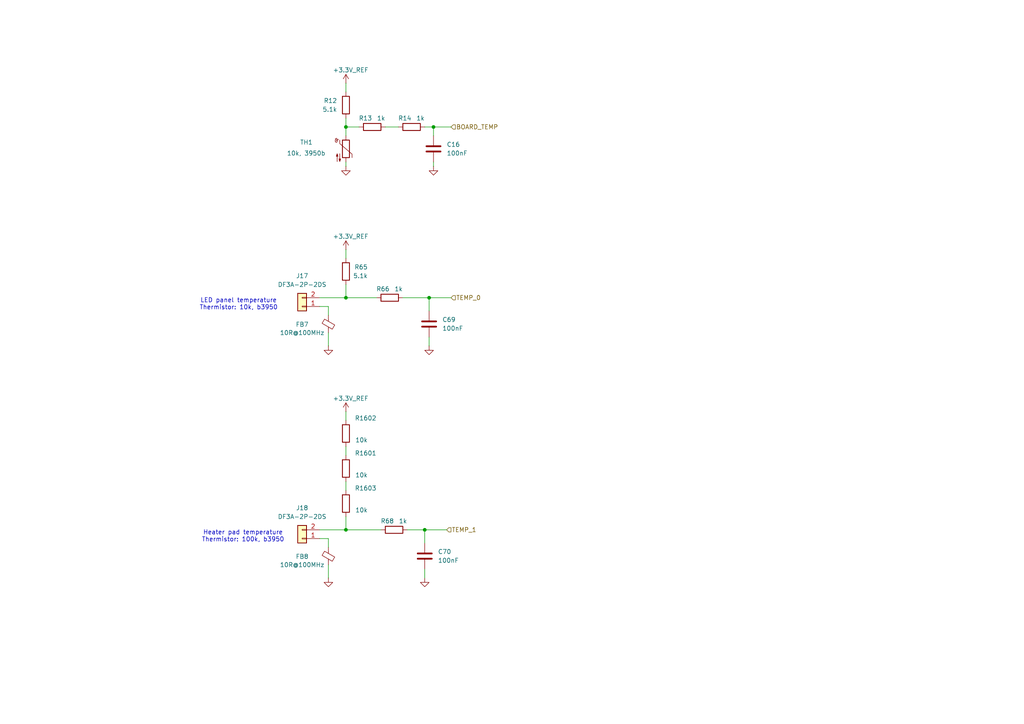
<source format=kicad_sch>
(kicad_sch (version 20231120) (generator "eeschema") (generator_version "8.0")
  (paper "A4")
  (title_block (title "Control board") (date "2024-06-11") (rev "${VERSION}") (company "TrendBit s.r.o.") (comment 1 "Designed by: Petr Malaník"))
  (lib_symbols
    (symbol "Connector_Generic:Conn_01x02" (pin_names (offset 1.016) hide)
      (property "Reference" "J" (at 0 2.54 0))
      (property "Value" "Conn_01x02" (at 0 -5.08 0))
      (symbol "Conn_01x02_1_1"
        (rectangle (start -1.27 -2.413) (end 0 -2.667) (stroke (width 0.1524)))
        (rectangle (start -1.27 0.127) (end 0 -0.127) (stroke (width 0.1524)))
        (rectangle (start -1.27 1.27) (end 1.27 -3.81) (stroke (width 0.254)) (fill (type background)))
        (pin passive line (at -5.08 0 0) (length 3.81) (name "Pin_1") (number "1"))
        (pin passive line (at -5.08 -2.54 0) (length 3.81) (name "Pin_2") (number "2"))
      )
    )
    (symbol "Device:C" (pin_numbers hide) (pin_names (offset 0.254))
      (property "Reference" "C" (at 0.635 2.54 0))
      (property "Value" "C" (at 0.635 -2.54 0))
      (symbol "C_0_1"
        (polyline (pts (xy -2.032 -0.762) (xy 2.032 -0.762)) (stroke (width 0.508)))
        (polyline (pts (xy -2.032 0.762) (xy 2.032 0.762)) (stroke (width 0.508)))
      )
      (symbol "C_1_1"
        (pin passive line (at 0 3.81 270) (length 2.794) (name "~") (number "1"))
        (pin passive line (at 0 -3.81 90) (length 2.794) (name "~") (number "2"))
      )
    )
    (symbol "Device:FerriteBead_Small" (pin_numbers hide) (pin_names (offset 0))
      (property "Reference" "FB" (at 1.905 1.27 0))
      (property "Value" "FerriteBead_Small" (at 1.905 -1.27 0))
      (symbol "FerriteBead_Small_0_1"
        (polyline (pts (xy 0 -1.27) (xy 0 -0.7874)))
        (polyline (pts (xy 0 0.889) (xy 0 1.2954)))
        (polyline (pts (xy -1.8288 0.2794) (xy -1.1176 1.4986) (xy 1.8288 -0.2032) (xy 1.1176 -1.4224) (xy -1.8288 0.2794)))
      )
      (symbol "FerriteBead_Small_1_1"
        (pin passive line (at 0 2.54 270) (length 1.27) (name "~") (number "1"))
        (pin passive line (at 0 -2.54 90) (length 1.27) (name "~") (number "2"))
      )
    )
    (symbol "Device:R" (pin_numbers hide) (pin_names (offset 0))
      (property "Reference" "R" (at 2.032 0 90))
      (property "Value" "R" (at 0 0 90))
      (symbol "R_0_1"
        (rectangle (start -1.016 -2.54) (end 1.016 2.54) (stroke (width 0.254)))
      )
      (symbol "R_1_1"
        (pin passive line (at 0 3.81 270) (length 1.27) (name "~") (number "1"))
        (pin passive line (at 0 -3.81 90) (length 1.27) (name "~") (number "2"))
      )
    )
    (symbol "Device:Thermistor_NTC" (pin_numbers hide) (pin_names (offset 0))
      (property "Reference" "TH" (at -4.445 0 90))
      (property "Value" "Thermistor_NTC" (at 3.175 0 90))
      (symbol "Thermistor_NTC_0_1"
        (arc (start -3.048 2.159) (mid -3.0495 2.3143) (end -3.175 2.413))
        (arc (start -3.048 2.159) (mid -2.9736 1.9794) (end -2.794 1.905))
        (arc (start -3.048 2.794) (mid -2.9736 2.6144) (end -2.794 2.54))
        (arc (start -2.794 1.905) (mid -2.6144 1.9794) (end -2.54 2.159))
        (arc (start -2.794 2.54) (mid -2.4393 2.5587) (end -2.159 2.794))
        (arc (start -2.794 3.048) (mid -2.9736 2.9736) (end -3.048 2.794))
        (arc (start -2.54 2.794) (mid -2.6144 2.9736) (end -2.794 3.048))
        (rectangle (start -1.016 2.54) (end 1.016 -2.54) (stroke (width 0.254)))
        (polyline (pts (xy -2.54 2.159) (xy -2.54 2.794)))
        (polyline (pts (xy -1.778 2.54) (xy -1.778 1.524) (xy 1.778 -1.524) (xy 1.778 -2.54)))
        (polyline (pts (xy -2.54 -3.683) (xy -2.54 -1.397) (xy -2.794 -2.159) (xy -2.286 -2.159) (xy -2.54 -1.397) (xy -2.54 -1.651)) (fill (type outline)))
        (polyline (pts (xy -1.778 -1.397) (xy -1.778 -3.683) (xy -2.032 -2.921) (xy -1.524 -2.921) (xy -1.778 -3.683) (xy -1.778 -3.429)) (fill (type outline)))
      )
      (symbol "Thermistor_NTC_1_1"
        (pin passive line (at 0 3.81 270) (length 1.27) (name "~") (number "1"))
        (pin passive line (at 0 -3.81 90) (length 1.27) (name "~") (number "2"))
      )
    )
    (symbol "power:+3.3V" (power) (pin_numbers hide) (pin_names (offset 0) hide)
      (property "Value" "+3.3V" (at 0 3.556 0))
      (symbol "+3.3V_0_1"
        (polyline (pts (xy -0.762 1.27) (xy 0 2.54)))
        (polyline (pts (xy 0 0) (xy 0 2.54)))
        (polyline (pts (xy 0 2.54) (xy 0.762 1.27)))
      )
      (symbol "+3.3V_1_1"
        (pin power_in line (at 0 0 90) (length 0) (name "~") (number "1"))
      )
    )
    (symbol "power:GND" (power) (pin_numbers hide) (pin_names (offset 0) hide)
      (property "Value" "GND" (at 0 -3.81 0))
      (symbol "GND_0_1"
        (polyline (pts (xy 0 0) (xy 0 -1.27) (xy 1.27 -1.27) (xy 0 -2.54) (xy -1.27 -1.27) (xy 0 -1.27)))
      )
      (symbol "GND_1_1"
        (pin power_in line (at 0 0 270) (length 0) (name "~") (number "1"))
      )
    )
  )
  (junction (at 100.33 36.83))
  (junction (at 100.33 153.67))
  (junction (at 123.19 153.67))
  (junction (at 100.33 86.36))
  (junction (at 125.73 36.83))
  (junction (at 124.46 86.36))
  (wire (pts (xy 100.33 119.38) (xy 100.33 121.92)))
  (wire (pts (xy 111.76 36.83) (xy 115.57 36.83)))
  (wire (pts (xy 123.19 36.83) (xy 125.73 36.83)))
  (wire (pts (xy 100.33 36.83) (xy 100.33 34.29)))
  (wire (pts (xy 100.33 72.39) (xy 100.33 74.93)))
  (wire (pts (xy 125.73 36.83) (xy 125.73 39.37)))
  (wire (pts (xy 100.33 36.83) (xy 100.33 39.37)))
  (wire (pts (xy 100.33 129.54) (xy 100.33 132.08)))
  (wire (pts (xy 123.19 167.64) (xy 123.19 165.1)))
  (wire (pts (xy 124.46 86.36) (xy 124.46 90.17)))
  (wire (pts (xy 95.25 100.33) (xy 95.25 96.52)))
  (wire (pts (xy 100.33 86.36) (xy 109.22 86.36)))
  (wire (pts (xy 116.84 86.36) (xy 124.46 86.36)))
  (wire (pts (xy 123.19 153.67) (xy 129.54 153.67)))
  (wire (pts (xy 124.46 86.36) (xy 130.81 86.36)))
  (wire (pts (xy 100.33 153.67) (xy 110.49 153.67)))
  (wire (pts (xy 100.33 82.55) (xy 100.33 86.36)))
  (wire (pts (xy 95.25 156.21) (xy 95.25 158.75)))
  (wire (pts (xy 100.33 149.86) (xy 100.33 153.67)))
  (wire (pts (xy 92.71 88.9) (xy 95.25 88.9)))
  (wire (pts (xy 104.14 36.83) (xy 100.33 36.83)))
  (wire (pts (xy 125.73 36.83) (xy 130.81 36.83)))
  (wire (pts (xy 123.19 153.67) (xy 123.19 157.48)))
  (wire (pts (xy 125.73 46.99) (xy 125.73 48.26)))
  (wire (pts (xy 100.33 46.99) (xy 100.33 48.26)))
  (wire (pts (xy 100.33 139.7) (xy 100.33 142.24)))
  (wire (pts (xy 95.25 88.9) (xy 95.25 91.44)))
  (wire (pts (xy 92.71 153.67) (xy 100.33 153.67)))
  (wire (pts (xy 92.71 86.36) (xy 100.33 86.36)))
  (wire (pts (xy 118.11 153.67) (xy 123.19 153.67)))
  (wire (pts (xy 124.46 100.33) (xy 124.46 97.79)))
  (wire (pts (xy 100.33 24.13) (xy 100.33 26.67)))
  (wire (pts (xy 95.25 167.64) (xy 95.25 163.83)))
  (wire (pts (xy 92.71 156.21) (xy 95.25 156.21)))
  (text "LED panel temperature\nThermistor: 10k, b3950" (at 69.215 88.265 0) (effects (font (size 1.27 1.27))))
  (text "Heater pad temperature\nThermistor: 100k, b3950" (at 70.485 155.575 0) (effects (font (size 1.27 1.27))))
  (hierarchical_label "BOARD_TEMP" (shape input) (at 130.81 36.83 0))
  (hierarchical_label "TEMP_0" (shape input) (at 130.81 86.36 0))
  (hierarchical_label "TEMP_1" (shape input) (at 129.54 153.67 0))
  (symbol (lib_id "power:GND") (at 95.25 167.64 0) (unit 1)
    (property "Reference" "#PWR0231" (effects (hide yes)))
    (property "Value" "GND" (effects (hide yes)))
    (property "Description" "Power symbol creates a global label with name \"GND\" , ground" (effects (hide yes)))
  )
  (symbol (lib_id "Device:R") (at 100.33 78.74 0) (mirror y) (unit 1)
    (property "Reference" "R65" (at 106.68 77.47 0) (effects (justify left)))
    (property "Value" "5.1k" (at 106.68 80.01 0) (effects (justify left)))
    (property "Footprint" "Resistor_SMD:R_0603_1608Metric" (effects (hide yes)))
    (property "LCSC" "C122969" (effects (hide yes)))
  )
  (symbol (lib_id "power:+3.3V") (at 100.33 119.38 0) (unit 1)
    (property "Reference" "#PWR0232" (effects (hide yes)))
    (property "Value" "+3.3V_REF" (at 96.52 115.57 0) (effects (justify left)))
    (property "Description" "Power symbol creates a global label with name \"+3.3V\"" (effects (hide yes)))
  )
  (symbol (lib_id "Device:R") (at 100.33 30.48 0) (mirror y) (unit 1)
    (property "Reference" "R12" (at 97.79 29.21 0) (effects (justify left)))
    (property "Value" "5.1k" (at 97.79 31.75 0) (effects (justify left)))
    (property "Footprint" "Resistor_SMD:R_0603_1608Metric" (effects (hide yes)))
    (property "LCSC" "C122969" (effects (hide yes)))
  )
  (symbol (lib_id "Connector_Generic:Conn_01x02") (at 87.63 156.21 180) (unit 1)
    (property "Reference" "J18" (at 87.63 147.32 0))
    (property "Value" "DF3A-2P-2DS" (at 87.63 149.86 0))
    (property "Footprint" "TCY_connectors:Hirose_DF3A-02P-2DS_1x02_P2.00mm_Horizontal" (effects (hide yes)))
    (property "Description" "Generic connector, single row, 01x02, script generated (kicad-library-utils/schlib/autogen/connector/)" (effects (hide yes)))
    (property "LCSC" "C531024" (effects (hide yes)))
    (property "MPN" " DF3A-2P-2DS" (effects (hide yes)))
  )
  (symbol (lib_id "Device:C") (at 124.46 93.98 0) (unit 1)
    (property "Reference" "C69" (at 128.27 92.7099 0) (effects (justify left)))
    (property "Value" "100nF" (at 128.27 95.2499 0) (effects (justify left)))
    (property "Footprint" "Capacitor_SMD:C_0603_1608Metric" (effects (hide yes)))
    (property "Description" "Unpolarized capacitor" (effects (hide yes)))
    (property "LCSC" "C14663" (effects (hide yes)))
  )
  (symbol (lib_id "power:GND") (at 95.25 100.33 0) (unit 1)
    (property "Reference" "#PWR0226" (effects (hide yes)))
    (property "Value" "GND" (effects (hide yes)))
    (property "Description" "Power symbol creates a global label with name \"GND\" , ground" (effects (hide yes)))
  )
  (symbol (lib_id "power:+3.3V") (at 100.33 72.39 0) (unit 1)
    (property "Reference" "#PWR0227" (effects (hide yes)))
    (property "Value" "+3.3V_REF" (at 96.52 68.58 0) (effects (justify left)))
    (property "Description" "Power symbol creates a global label with name \"+3.3V\"" (effects (hide yes)))
  )
  (symbol (lib_id "Device:R") (at 100.33 135.89 180) (unit 1)
    (property "Reference" "R1601" (at 109.22 131.445 0) (effects (justify left)))
    (property "Value" "10k" (at 106.68 137.795 0) (effects (justify left)))
    (property "Footprint" "Resistor_SMD:R_0603_1608Metric" (effects (hide yes)))
    (property "LCSC" "C25804" (effects (hide yes)))
  )
  (symbol (lib_id "Device:R") (at 100.33 146.05 180) (unit 1)
    (property "Reference" "R1603" (at 109.22 141.605 0) (effects (justify left)))
    (property "Value" "10k" (at 106.68 147.955 0) (effects (justify left)))
    (property "Footprint" "Resistor_SMD:R_0603_1608Metric" (effects (hide yes)))
    (property "LCSC" "C25804" (effects (hide yes)))
  )
  (symbol (lib_id "Device:R") (at 100.33 125.73 180) (unit 1)
    (property "Reference" "R1602" (at 109.22 121.285 0) (effects (justify left)))
    (property "Value" "10k" (at 106.68 127.635 0) (effects (justify left)))
    (property "Footprint" "Resistor_SMD:R_0603_1608Metric" (effects (hide yes)))
    (property "LCSC" "C25804" (effects (hide yes)))
  )
  (symbol (lib_id "Device:FerriteBead_Small") (at 95.25 93.98 180) (unit 1)
    (property "Reference" "FB7" (at 87.63 94.107 0))
    (property "Value" "10R@100MHz" (at 87.63 96.52 0))
    (property "Footprint" "Inductor_SMD:L_0603_1608Metric" (effects (hide yes)))
    (property "Description" "Ferrite bead, small symbol" (effects (hide yes)))
    (property "Link" "https://cz.mouser.com/ProductDetail/Murata-Electronics/BLM21PG220SN1D?qs=tuW2Z%252BT4A0yqSWmso6vkmg%3D%3D" (effects (hide yes)))
    (property "MPN" " GZ1608D601TF" (effects (hide yes)))
    (property "MPNA" "BLE18PK100SN1D" (effects (hide yes)))
    (property "Mouser" "https://cz.mouser.com/ProductDetail/Murata-Electronics/BLE18PK100SN1D?qs=W%2FMpXkg%252BdQ6tzBmLeY1psA%3D%3D" (effects (hide yes)))
    (property "LCSC" "C2971881" (effects (hide yes)))
  )
  (symbol (lib_id "power:GND") (at 100.33 48.26 0) (unit 1)
    (property "Reference" "#PWR060" (effects (hide yes)))
    (property "Value" "GND" (effects (hide yes)))
    (property "Description" "Power symbol creates a global label with name \"GND\" , ground" (effects (hide yes)))
  )
  (symbol (lib_id "power:GND") (at 124.46 100.33 0) (unit 1)
    (property "Reference" "#PWR0230" (effects (hide yes)))
    (property "Value" "GND" (effects (hide yes)))
    (property "Description" "Power symbol creates a global label with name \"GND\" , ground" (effects (hide yes)))
  )
  (symbol (lib_id "Device:R") (at 113.03 86.36 90) (mirror x) (unit 1)
    (property "Reference" "R66" (at 113.03 83.82 90) (effects (justify left)))
    (property "Value" "1k" (at 116.84 83.82 90) (effects (justify left)))
    (property "Footprint" "Resistor_SMD:R_0603_1608Metric" (effects (hide yes)))
    (property "LCSC" "C21190" (effects (hide yes)))
  )
  (symbol (lib_id "Device:C") (at 123.19 161.29 0) (unit 1)
    (property "Reference" "C70" (at 127 160.0199 0) (effects (justify left)))
    (property "Value" "100nF" (at 127 162.5599 0) (effects (justify left)))
    (property "Footprint" "Capacitor_SMD:C_0603_1608Metric" (effects (hide yes)))
    (property "Description" "Unpolarized capacitor" (effects (hide yes)))
    (property "LCSC" "C14663" (effects (hide yes)))
  )
  (symbol (lib_id "power:GND") (at 123.19 167.64 0) (unit 1)
    (property "Reference" "#PWR0235" (effects (hide yes)))
    (property "Value" "GND" (effects (hide yes)))
    (property "Description" "Power symbol creates a global label with name \"GND\" , ground" (effects (hide yes)))
  )
  (symbol (lib_id "Device:C") (at 125.73 43.18 0) (unit 1)
    (property "Reference" "C16" (at 129.54 41.9099 0) (effects (justify left)))
    (property "Value" "100nF" (at 129.54 44.4499 0) (effects (justify left)))
    (property "Footprint" "Capacitor_SMD:C_0603_1608Metric" (effects (hide yes)))
    (property "Description" "Unpolarized capacitor" (effects (hide yes)))
    (property "LCSC" "C14663" (effects (hide yes)))
  )
  (symbol (lib_id "Device:Thermistor_NTC") (at 100.33 43.18 0) (unit 1)
    (property "Reference" "TH1" (at 86.995 41.275 0) (effects (justify left)))
    (property "Value" "10k, 3950b" (at 83.185 44.45 0) (effects (justify left)))
    (property "Footprint" "Inductor_SMD:L_0603_1608Metric" (effects (hide yes)))
    (property "Description" "Temperature dependent resistor, negative temperature coefficient" (effects (hide yes)))
    (property "LCSC" "C279936" (effects (hide yes)))
    (property "MPN" "SDNT1608X103F3950FTF" (effects (hide yes)))
  )
  (symbol (lib_id "power:+3.3V") (at 100.33 24.13 0) (unit 1)
    (property "Reference" "#PWR048" (effects (hide yes)))
    (property "Value" "+3.3V_REF" (at 96.52 20.32 0) (effects (justify left)))
    (property "Description" "Power symbol creates a global label with name \"+3.3V\"" (effects (hide yes)))
  )
  (symbol (lib_id "power:GND") (at 125.73 48.26 0) (unit 1)
    (property "Reference" "#PWR068" (effects (hide yes)))
    (property "Value" "GND" (effects (hide yes)))
    (property "Description" "Power symbol creates a global label with name \"GND\" , ground" (effects (hide yes)))
  )
  (symbol (lib_id "Device:R") (at 107.95 36.83 90) (mirror x) (unit 1)
    (property "Reference" "R13" (at 107.95 34.29 90) (effects (justify left)))
    (property "Value" "1k" (at 111.76 34.29 90) (effects (justify left)))
    (property "Footprint" "Resistor_SMD:R_0603_1608Metric" (effects (hide yes)))
    (property "LCSC" "C21190" (effects (hide yes)))
  )
  (symbol (lib_id "Connector_Generic:Conn_01x02") (at 87.63 88.9 180) (unit 1)
    (property "Reference" "J17" (at 87.63 80.01 0))
    (property "Value" "DF3A-2P-2DS" (at 87.63 82.55 0))
    (property "Footprint" "TCY_connectors:Hirose_DF3A-02P-2DS_1x02_P2.00mm_Horizontal" (effects (hide yes)))
    (property "Description" "Generic connector, single row, 01x02, script generated (kicad-library-utils/schlib/autogen/connector/)" (effects (hide yes)))
    (property "LCSC" "C531024" (effects (hide yes)))
    (property "MPN" " DF3A-2P-2DS" (effects (hide yes)))
  )
  (symbol (lib_id "Device:R") (at 114.3 153.67 90) (mirror x) (unit 1)
    (property "Reference" "R68" (at 114.3 151.13 90) (effects (justify left)))
    (property "Value" "1k" (at 118.11 151.13 90) (effects (justify left)))
    (property "Footprint" "Resistor_SMD:R_0603_1608Metric" (effects (hide yes)))
    (property "LCSC" "C21190" (effects (hide yes)))
  )
  (symbol (lib_id "Device:R") (at 119.38 36.83 90) (mirror x) (unit 1)
    (property "Reference" "R14" (at 119.38 34.29 90) (effects (justify left)))
    (property "Value" "1k" (at 123.19 34.29 90) (effects (justify left)))
    (property "Footprint" "Resistor_SMD:R_0603_1608Metric" (effects (hide yes)))
    (property "LCSC" "C21190" (effects (hide yes)))
  )
  (symbol (lib_id "Device:FerriteBead_Small") (at 95.25 161.29 180) (unit 1)
    (property "Reference" "FB8" (at 87.63 161.417 0))
    (property "Value" "10R@100MHz" (at 87.63 163.83 0))
    (property "Footprint" "Inductor_SMD:L_0603_1608Metric" (effects (hide yes)))
    (property "Description" "Ferrite bead, small symbol" (effects (hide yes)))
    (property "Link" "https://cz.mouser.com/ProductDetail/Murata-Electronics/BLM21PG220SN1D?qs=tuW2Z%252BT4A0yqSWmso6vkmg%3D%3D" (effects (hide yes)))
    (property "MPN" " GZ1608D601TF" (effects (hide yes)))
    (property "MPNA" "BLE18PK100SN1D" (effects (hide yes)))
    (property "Mouser" "https://cz.mouser.com/ProductDetail/Murata-Electronics/BLE18PK100SN1D?qs=W%2FMpXkg%252BdQ6tzBmLeY1psA%3D%3D" (effects (hide yes)))
    (property "LCSC" "C2971881" (effects (hide yes)))
  )
)
</source>
